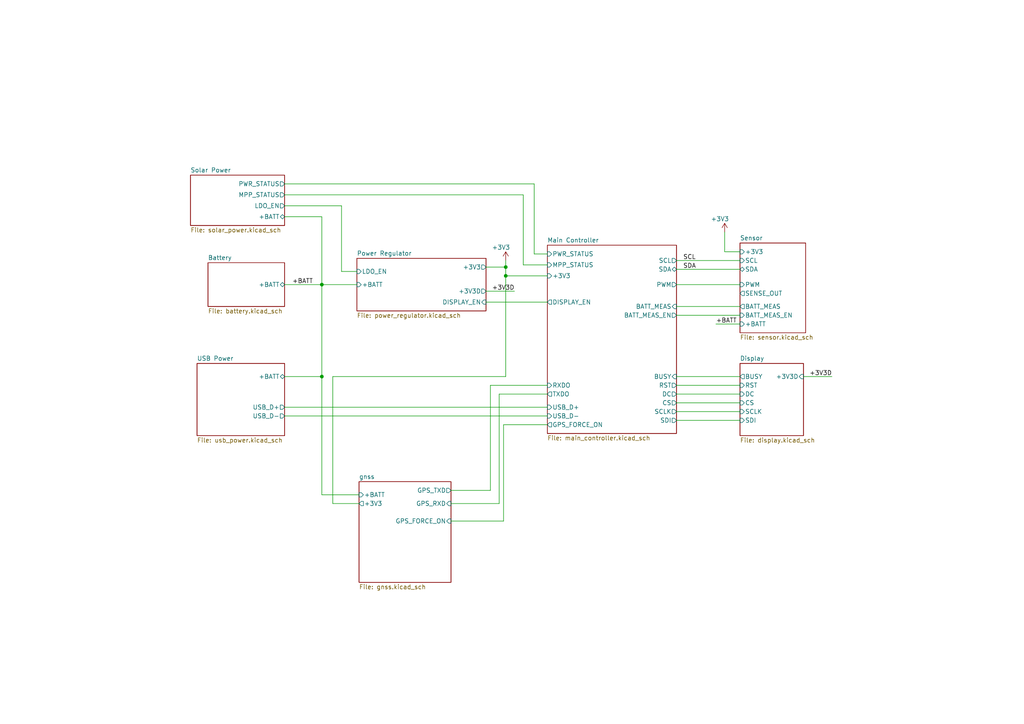
<source format=kicad_sch>
(kicad_sch (version 20231120) (generator "eeschema") (generator_version "8.0")
  (paper "A4")
  (title_block (title "Teapotlabs Plantpal") (date "2024-04-06") (rev "5") (company "Teapot Laboratories"))
  (lib_symbols
    (symbol "power:+3V3" (power) (pin_names (offset 0))
      (property "Value" "+3V3" (at 0 3.556 0))
      (symbol "+3V3_0_1"
        (polyline (pts (xy -0.762 1.27) (xy 0 2.54)))
        (polyline (pts (xy 0 0) (xy 0 2.54)))
        (polyline (pts (xy 0 2.54) (xy 0.762 1.27)))
      )
      (symbol "+3V3_1_1"
        (pin power_in line (at 0 0 90) (length 0) hide (name "+3V3") (number "1"))
      )
    )
  )
  (junction (at 93.345 109.22))
  (junction (at 146.685 77.47))
  (junction (at 146.685 80.01))
  (junction (at 93.345 82.55))
  (wire (pts (xy 130.81 151.13) (xy 146.05 151.13)))
  (wire (pts (xy 140.97 77.47) (xy 146.685 77.47)))
  (wire (pts (xy 93.345 62.865) (xy 93.345 82.55)))
  (wire (pts (xy 104.14 143.51) (xy 93.345 143.51)))
  (wire (pts (xy 93.345 82.55) (xy 103.505 82.55)))
  (wire (pts (xy 196.215 114.3) (xy 214.63 114.3)))
  (wire (pts (xy 154.94 53.34) (xy 154.94 73.66)))
  (wire (pts (xy 146.05 123.19) (xy 158.75 123.19)))
  (wire (pts (xy 151.765 56.515) (xy 151.765 76.835)))
  (wire (pts (xy 196.215 111.76) (xy 214.63 111.76)))
  (wire (pts (xy 146.685 77.47) (xy 146.685 75.565)))
  (wire (pts (xy 130.81 146.05) (xy 144.78 146.05)))
  (wire (pts (xy 214.63 73.025) (xy 210.185 73.025)))
  (wire (pts (xy 196.215 78.105) (xy 214.63 78.105)))
  (wire (pts (xy 104.14 146.05) (xy 96.52 146.05)))
  (wire (pts (xy 93.345 82.55) (xy 93.345 109.22)))
  (wire (pts (xy 154.94 73.66) (xy 158.75 73.66)))
  (wire (pts (xy 130.81 142.24) (xy 142.24 142.24)))
  (wire (pts (xy 233.045 109.22) (xy 241.3 109.22)))
  (wire (pts (xy 82.55 120.65) (xy 158.75 120.65)))
  (wire (pts (xy 196.215 119.38) (xy 214.63 119.38)))
  (wire (pts (xy 142.24 111.76) (xy 158.75 111.76)))
  (wire (pts (xy 144.78 146.05) (xy 144.78 114.3)))
  (wire (pts (xy 146.05 151.13) (xy 146.05 123.19)))
  (wire (pts (xy 140.97 84.455) (xy 149.225 84.455)))
  (wire (pts (xy 207.645 93.98) (xy 214.63 93.98)))
  (wire (pts (xy 196.215 82.55) (xy 214.63 82.55)))
  (wire (pts (xy 142.24 142.24) (xy 142.24 111.76)))
  (wire (pts (xy 210.185 73.025) (xy 210.185 67.31)))
  (wire (pts (xy 196.215 109.22) (xy 214.63 109.22)))
  (wire (pts (xy 96.52 109.22) (xy 146.685 109.22)))
  (wire (pts (xy 196.215 88.9) (xy 214.63 88.9)))
  (wire (pts (xy 151.765 76.835) (xy 158.75 76.835)))
  (wire (pts (xy 99.06 78.74) (xy 103.505 78.74)))
  (wire (pts (xy 82.55 53.34) (xy 154.94 53.34)))
  (wire (pts (xy 99.06 59.69) (xy 99.06 78.74)))
  (wire (pts (xy 146.685 80.01) (xy 146.685 77.47)))
  (wire (pts (xy 196.215 91.44) (xy 214.63 91.44)))
  (wire (pts (xy 196.215 75.565) (xy 214.63 75.565)))
  (wire (pts (xy 196.215 116.84) (xy 214.63 116.84)))
  (wire (pts (xy 146.685 80.01) (xy 158.75 80.01)))
  (wire (pts (xy 96.52 146.05) (xy 96.52 109.22)))
  (wire (pts (xy 196.215 121.92) (xy 214.63 121.92)))
  (wire (pts (xy 140.97 87.63) (xy 158.75 87.63)))
  (wire (pts (xy 82.55 109.22) (xy 93.345 109.22)))
  (wire (pts (xy 144.78 114.3) (xy 158.75 114.3)))
  (wire (pts (xy 82.55 82.55) (xy 93.345 82.55)))
  (wire (pts (xy 93.345 143.51) (xy 93.345 109.22)))
  (wire (pts (xy 82.55 56.515) (xy 151.765 56.515)))
  (wire (pts (xy 146.685 109.22) (xy 146.685 80.01)))
  (wire (pts (xy 82.55 62.865) (xy 93.345 62.865)))
  (wire (pts (xy 82.55 59.69) (xy 99.06 59.69)))
  (wire (pts (xy 82.55 118.11) (xy 158.75 118.11)))
  (label "+3V3D" (at 149.225 84.455 180))
  (label "+3V3D" (at 241.3 109.22 180))
  (label "SDA" (at 198.12 78.105 0))
  (label "+BATT" (at 90.805 82.55 180))
  (label "SCL" (at 198.12 75.565 0))
  (label "+BATT" (at 207.645 93.98 0))
  (symbol (lib_id "power:+3V3") (at 210.185 67.31 0) (unit 1)
    (property "Reference" "#PWR02" (effects (hide yes)))
    (property "Value" "+3V3" (at 211.455 63.5 0) (effects (justify right)))
  )
  (symbol (lib_id "power:+3V3") (at 146.685 75.565 0) (unit 1)
    (property "Reference" "#PWR062" (effects (hide yes)))
    (property "Value" "+3V3" (at 147.955 71.755 0) (effects (justify right)))
  )
  (sheet (at 103.505 74.93) (size 37.465 15.24) (stroke (width 0.1524))
    (property "Sheetname" "Power Regulator" (at 103.505 74.2184 0) (effects (justify left bottom)))
    (property "Sheetfile" "power_regulator.kicad_sch" (at 103.505 90.7546 0) (effects (justify left top)))
    (pin "LDO_EN" input (at 103.505 78.74 180))
    (pin "+BATT" input (at 103.505 82.55 180))
    (pin "+3V3" output (at 140.97 77.47 0))
    (pin "DISPLAY_EN" input (at 140.97 87.63 0))
    (pin "+3V3D" output (at 140.97 84.455 0))
  )
  (sheet (at 214.63 105.41) (size 18.415 20.955) (stroke (width 0.1524))
    (property "Sheetname" "Display" (at 214.63 104.6984 0) (effects (justify left bottom)))
    (property "Sheetfile" "display.kicad_sch" (at 214.63 126.9496 0) (effects (justify left top)))
    (pin "SCLK" input (at 214.63 119.38 180))
    (pin "SDI" input (at 214.63 121.92 180))
    (pin "CS" input (at 214.63 116.84 180))
    (pin "BUSY" output (at 214.63 109.22 180))
    (pin "RST" input (at 214.63 111.76 180))
    (pin "DC" input (at 214.63 114.3 180))
    (pin "+3V3D" input (at 233.045 109.22 0))
  )
  (sheet (at 214.63 70.485) (size 19.05 26.035) (stroke (width 0.1524))
    (property "Sheetname" "Sensor" (at 214.63 69.7734 0) (effects (justify left bottom)))
    (property "Sheetfile" "sensor.kicad_sch" (at 214.63 97.1046 0) (effects (justify left top)))
    (pin "PWM" input (at 214.63 82.55 180))
    (pin "SENSE_OUT" output (at 214.63 85.09 180))
    (pin "BATT_MEAS" output (at 214.63 88.9 180))
    (pin "BATT_MEAS_EN" input (at 214.63 91.44 180))
    (pin "SCL" input (at 214.63 75.565 180))
    (pin "SDA" bidirectional (at 214.63 78.105 180))
    (pin "+BATT" input (at 214.63 93.98 180))
    (pin "+3V3" input (at 214.63 73.025 180))
  )
  (sheet (at 60.325 76.2) (size 22.225 12.7) (stroke (width 0.1524))
    (property "Sheetname" "Battery" (at 60.325 75.4884 0) (effects (justify left bottom)))
    (property "Sheetfile" "battery.kicad_sch" (at 60.325 89.4846 0) (effects (justify left top)))
    (pin "+BATT" bidirectional (at 82.55 82.55 0))
  )
  (sheet (at 57.15 105.41) (size 25.4 20.955) (stroke (width 0.1524))
    (property "Sheetname" "USB Power" (at 57.15 104.6984 0) (effects (justify left bottom)))
    (property "Sheetfile" "usb_power.kicad_sch" (at 57.15 126.9496 0) (effects (justify left top)))
    (pin "USB_D+" output (at 82.55 118.11 0))
    (pin "USB_D-" output (at 82.55 120.65 0))
    (pin "+BATT" bidirectional (at 82.55 109.22 0))
  )
  (sheet (at 55.245 50.8) (size 27.305 14.605) (stroke (width 0.1524))
    (property "Sheetname" "Solar Power" (at 55.245 50.0884 0) (effects (justify left bottom)))
    (property "Sheetfile" "solar_power.kicad_sch" (at 55.245 65.9896 0) (effects (justify left top)))
    (pin "LDO_EN" output (at 82.55 59.69 0))
    (pin "PWR_STATUS" output (at 82.55 53.34 0))
    (pin "+BATT" bidirectional (at 82.55 62.865 0))
    (pin "MPP_STATUS" output (at 82.55 56.515 0))
  )
  (sheet (at 158.75 71.12) (size 37.465 54.61) (stroke (width 0.1524))
    (property "Sheetname" "Main Controller" (at 158.75 70.4084 0) (effects (justify left bottom)))
    (property "Sheetfile" "main_controller.kicad_sch" (at 158.75 126.3146 0) (effects (justify left top)))
    (pin "SDA" bidirectional (at 196.215 78.105 0))
    (pin "USB_D+" input (at 158.75 118.11 180))
    (pin "USB_D-" input (at 158.75 120.65 180))
    (pin "BATT_MEAS_EN" output (at 196.215 91.44 0))
    (pin "BATT_MEAS" input (at 196.215 88.9 0))
    (pin "PWM" output (at 196.215 82.55 0))
    (pin "SCL" output (at 196.215 75.565 0))
    (pin "PWR_STATUS" input (at 158.75 73.66 180))
    (pin "+3V3" input (at 158.75 80.01 180))
    (pin "SCLK" output (at 196.215 119.38 0))
    (pin "RST" output (at 196.215 111.76 0))
    (pin "DC" output (at 196.215 114.3 0))
    (pin "CS" output (at 196.215 116.84 0))
    (pin "BUSY" input (at 196.215 109.22 0))
    (pin "SDI" output (at 196.215 121.92 0))
    (pin "MPP_STATUS" input (at 158.75 76.835 180))
    (pin "DISPLAY_EN" output (at 158.75 87.63 180))
    (pin "TXDO" output (at 158.75 114.3 180))
    (pin "RXDO" input (at 158.75 111.76 180))
    (pin "GPS_FORCE_ON" output (at 158.75 123.19 180))
  )
  (sheet (at 104.14 139.7) (size 26.67 29.21) (stroke (width 0.1524))
    (property "Sheetname" "gnss" (at 104.14 138.9884 0) (effects (justify left bottom)))
    (property "Sheetfile" "gnss.kicad_sch" (at 104.14 169.4946 0) (effects (justify left top)))
    (pin "GPS_TXD" output (at 130.81 142.24 0))
    (pin "GPS_RXD" input (at 130.81 146.05 0))
    (pin "GPS_FORCE_ON" input (at 130.81 151.13 0))
    (pin "+BATT" input (at 104.14 143.51 180))
    (pin "+3V3" output (at 104.14 146.05 180))
  )
)
</source>
